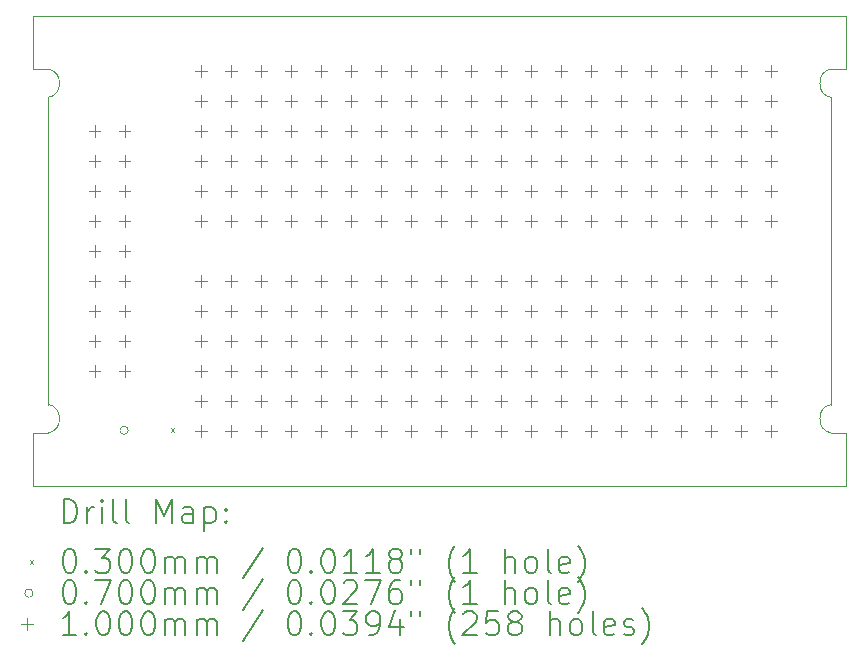
<source format=gbr>
%TF.GenerationSoftware,KiCad,Pcbnew,8.0.8*%
%TF.CreationDate,2025-02-19T13:58:05-05:00*%
%TF.ProjectId,plot_gerbers,706c6f74-5f67-4657-9262-6572732e6b69,rev?*%
%TF.SameCoordinates,Original*%
%TF.FileFunction,Drillmap*%
%TF.FilePolarity,Positive*%
%FSLAX45Y45*%
G04 Gerber Fmt 4.5, Leading zero omitted, Abs format (unit mm)*
G04 Created by KiCad (PCBNEW 8.0.8) date 2025-02-19 13:58:05*
%MOMM*%
%LPD*%
G01*
G04 APERTURE LIST*
%ADD10C,0.050000*%
%ADD11C,0.200000*%
%ADD12C,0.100000*%
G04 APERTURE END LIST*
D10*
X11633000Y-11373000D02*
X11508000Y-11373000D01*
X18261000Y-8293000D02*
X18386000Y-8293000D01*
X18387000Y-11373000D02*
X18387000Y-11823000D01*
X11632000Y-11133000D02*
G75*
G02*
X11727000Y-11253000I-12500J-107500D01*
G01*
X11507000Y-8293000D02*
X11507000Y-7843000D01*
X18167000Y-11253000D02*
G75*
G02*
X18262000Y-11133000I107500J12500D01*
G01*
X11632000Y-8293000D02*
X11507000Y-8293000D01*
X11727000Y-8413000D02*
G75*
G02*
X11632000Y-8533000I-107500J-12500D01*
G01*
X11508000Y-11823000D02*
X11508000Y-11373000D01*
X11632000Y-8293000D02*
G75*
G02*
X11727000Y-8413000I-12500J-107500D01*
G01*
X11727000Y-11253000D02*
G75*
G02*
X11632000Y-11373000I-107500J-12500D01*
G01*
X18167000Y-8413000D02*
G75*
G02*
X18262000Y-8293000I107500J12500D01*
G01*
X18262000Y-11373000D02*
X18387000Y-11373000D01*
X18262000Y-11133000D02*
X18262000Y-8533000D01*
X11632000Y-8533000D02*
X11632000Y-11133000D01*
X11507000Y-7843000D02*
X18386000Y-7843000D01*
X11508000Y-11823000D02*
X18387000Y-11823000D01*
X18386000Y-7843000D02*
X18386000Y-8293000D01*
X18262000Y-11373000D02*
G75*
G02*
X18167000Y-11253000I12500J107500D01*
G01*
X18262000Y-8533000D02*
G75*
G02*
X18167000Y-8413000I12500J107500D01*
G01*
D11*
D12*
X12672000Y-11332000D02*
X12702000Y-11362000D01*
X12702000Y-11332000D02*
X12672000Y-11362000D01*
X12310000Y-11351000D02*
G75*
G02*
X12240000Y-11351000I-35000J0D01*
G01*
X12240000Y-11351000D02*
G75*
G02*
X12310000Y-11351000I35000J0D01*
G01*
X12025000Y-8768000D02*
X12025000Y-8868000D01*
X11975000Y-8818000D02*
X12075000Y-8818000D01*
X12025000Y-9022000D02*
X12025000Y-9122000D01*
X11975000Y-9072000D02*
X12075000Y-9072000D01*
X12025000Y-9276000D02*
X12025000Y-9376000D01*
X11975000Y-9326000D02*
X12075000Y-9326000D01*
X12025000Y-9530000D02*
X12025000Y-9630000D01*
X11975000Y-9580000D02*
X12075000Y-9580000D01*
X12025000Y-9784000D02*
X12025000Y-9884000D01*
X11975000Y-9834000D02*
X12075000Y-9834000D01*
X12025000Y-10038000D02*
X12025000Y-10138000D01*
X11975000Y-10088000D02*
X12075000Y-10088000D01*
X12025000Y-10292000D02*
X12025000Y-10392000D01*
X11975000Y-10342000D02*
X12075000Y-10342000D01*
X12025000Y-10546000D02*
X12025000Y-10646000D01*
X11975000Y-10596000D02*
X12075000Y-10596000D01*
X12025000Y-10800000D02*
X12025000Y-10900000D01*
X11975000Y-10850000D02*
X12075000Y-10850000D01*
X12279000Y-8768000D02*
X12279000Y-8868000D01*
X12229000Y-8818000D02*
X12329000Y-8818000D01*
X12279000Y-9022000D02*
X12279000Y-9122000D01*
X12229000Y-9072000D02*
X12329000Y-9072000D01*
X12279000Y-9276000D02*
X12279000Y-9376000D01*
X12229000Y-9326000D02*
X12329000Y-9326000D01*
X12279000Y-9530000D02*
X12279000Y-9630000D01*
X12229000Y-9580000D02*
X12329000Y-9580000D01*
X12279000Y-9784000D02*
X12279000Y-9884000D01*
X12229000Y-9834000D02*
X12329000Y-9834000D01*
X12279000Y-10038000D02*
X12279000Y-10138000D01*
X12229000Y-10088000D02*
X12329000Y-10088000D01*
X12279000Y-10292000D02*
X12279000Y-10392000D01*
X12229000Y-10342000D02*
X12329000Y-10342000D01*
X12279000Y-10546000D02*
X12279000Y-10646000D01*
X12229000Y-10596000D02*
X12329000Y-10596000D01*
X12279000Y-10800000D02*
X12279000Y-10900000D01*
X12229000Y-10850000D02*
X12329000Y-10850000D01*
X12924000Y-8259000D02*
X12924000Y-8359000D01*
X12874000Y-8309000D02*
X12974000Y-8309000D01*
X12924000Y-8513000D02*
X12924000Y-8613000D01*
X12874000Y-8563000D02*
X12974000Y-8563000D01*
X12924000Y-8767000D02*
X12924000Y-8867000D01*
X12874000Y-8817000D02*
X12974000Y-8817000D01*
X12924000Y-9021000D02*
X12924000Y-9121000D01*
X12874000Y-9071000D02*
X12974000Y-9071000D01*
X12924000Y-9275000D02*
X12924000Y-9375000D01*
X12874000Y-9325000D02*
X12974000Y-9325000D01*
X12924000Y-9529000D02*
X12924000Y-9629000D01*
X12874000Y-9579000D02*
X12974000Y-9579000D01*
X12924000Y-10037000D02*
X12924000Y-10137000D01*
X12874000Y-10087000D02*
X12974000Y-10087000D01*
X12924000Y-10291000D02*
X12924000Y-10391000D01*
X12874000Y-10341000D02*
X12974000Y-10341000D01*
X12924000Y-10545000D02*
X12924000Y-10645000D01*
X12874000Y-10595000D02*
X12974000Y-10595000D01*
X12924000Y-10799000D02*
X12924000Y-10899000D01*
X12874000Y-10849000D02*
X12974000Y-10849000D01*
X12924000Y-11053000D02*
X12924000Y-11153000D01*
X12874000Y-11103000D02*
X12974000Y-11103000D01*
X12924000Y-11307000D02*
X12924000Y-11407000D01*
X12874000Y-11357000D02*
X12974000Y-11357000D01*
X13178000Y-8259000D02*
X13178000Y-8359000D01*
X13128000Y-8309000D02*
X13228000Y-8309000D01*
X13178000Y-8513000D02*
X13178000Y-8613000D01*
X13128000Y-8563000D02*
X13228000Y-8563000D01*
X13178000Y-8767000D02*
X13178000Y-8867000D01*
X13128000Y-8817000D02*
X13228000Y-8817000D01*
X13178000Y-9021000D02*
X13178000Y-9121000D01*
X13128000Y-9071000D02*
X13228000Y-9071000D01*
X13178000Y-9275000D02*
X13178000Y-9375000D01*
X13128000Y-9325000D02*
X13228000Y-9325000D01*
X13178000Y-9529000D02*
X13178000Y-9629000D01*
X13128000Y-9579000D02*
X13228000Y-9579000D01*
X13178000Y-10037000D02*
X13178000Y-10137000D01*
X13128000Y-10087000D02*
X13228000Y-10087000D01*
X13178000Y-10291000D02*
X13178000Y-10391000D01*
X13128000Y-10341000D02*
X13228000Y-10341000D01*
X13178000Y-10545000D02*
X13178000Y-10645000D01*
X13128000Y-10595000D02*
X13228000Y-10595000D01*
X13178000Y-10799000D02*
X13178000Y-10899000D01*
X13128000Y-10849000D02*
X13228000Y-10849000D01*
X13178000Y-11053000D02*
X13178000Y-11153000D01*
X13128000Y-11103000D02*
X13228000Y-11103000D01*
X13178000Y-11307000D02*
X13178000Y-11407000D01*
X13128000Y-11357000D02*
X13228000Y-11357000D01*
X13432000Y-8259000D02*
X13432000Y-8359000D01*
X13382000Y-8309000D02*
X13482000Y-8309000D01*
X13432000Y-8513000D02*
X13432000Y-8613000D01*
X13382000Y-8563000D02*
X13482000Y-8563000D01*
X13432000Y-8767000D02*
X13432000Y-8867000D01*
X13382000Y-8817000D02*
X13482000Y-8817000D01*
X13432000Y-9021000D02*
X13432000Y-9121000D01*
X13382000Y-9071000D02*
X13482000Y-9071000D01*
X13432000Y-9275000D02*
X13432000Y-9375000D01*
X13382000Y-9325000D02*
X13482000Y-9325000D01*
X13432000Y-9529000D02*
X13432000Y-9629000D01*
X13382000Y-9579000D02*
X13482000Y-9579000D01*
X13432000Y-10037000D02*
X13432000Y-10137000D01*
X13382000Y-10087000D02*
X13482000Y-10087000D01*
X13432000Y-10291000D02*
X13432000Y-10391000D01*
X13382000Y-10341000D02*
X13482000Y-10341000D01*
X13432000Y-10545000D02*
X13432000Y-10645000D01*
X13382000Y-10595000D02*
X13482000Y-10595000D01*
X13432000Y-10799000D02*
X13432000Y-10899000D01*
X13382000Y-10849000D02*
X13482000Y-10849000D01*
X13432000Y-11053000D02*
X13432000Y-11153000D01*
X13382000Y-11103000D02*
X13482000Y-11103000D01*
X13432000Y-11307000D02*
X13432000Y-11407000D01*
X13382000Y-11357000D02*
X13482000Y-11357000D01*
X13686000Y-8259000D02*
X13686000Y-8359000D01*
X13636000Y-8309000D02*
X13736000Y-8309000D01*
X13686000Y-8513000D02*
X13686000Y-8613000D01*
X13636000Y-8563000D02*
X13736000Y-8563000D01*
X13686000Y-8767000D02*
X13686000Y-8867000D01*
X13636000Y-8817000D02*
X13736000Y-8817000D01*
X13686000Y-9021000D02*
X13686000Y-9121000D01*
X13636000Y-9071000D02*
X13736000Y-9071000D01*
X13686000Y-9275000D02*
X13686000Y-9375000D01*
X13636000Y-9325000D02*
X13736000Y-9325000D01*
X13686000Y-9529000D02*
X13686000Y-9629000D01*
X13636000Y-9579000D02*
X13736000Y-9579000D01*
X13686000Y-10037000D02*
X13686000Y-10137000D01*
X13636000Y-10087000D02*
X13736000Y-10087000D01*
X13686000Y-10291000D02*
X13686000Y-10391000D01*
X13636000Y-10341000D02*
X13736000Y-10341000D01*
X13686000Y-10545000D02*
X13686000Y-10645000D01*
X13636000Y-10595000D02*
X13736000Y-10595000D01*
X13686000Y-10799000D02*
X13686000Y-10899000D01*
X13636000Y-10849000D02*
X13736000Y-10849000D01*
X13686000Y-11053000D02*
X13686000Y-11153000D01*
X13636000Y-11103000D02*
X13736000Y-11103000D01*
X13686000Y-11307000D02*
X13686000Y-11407000D01*
X13636000Y-11357000D02*
X13736000Y-11357000D01*
X13940000Y-8259000D02*
X13940000Y-8359000D01*
X13890000Y-8309000D02*
X13990000Y-8309000D01*
X13940000Y-8513000D02*
X13940000Y-8613000D01*
X13890000Y-8563000D02*
X13990000Y-8563000D01*
X13940000Y-8767000D02*
X13940000Y-8867000D01*
X13890000Y-8817000D02*
X13990000Y-8817000D01*
X13940000Y-9021000D02*
X13940000Y-9121000D01*
X13890000Y-9071000D02*
X13990000Y-9071000D01*
X13940000Y-9275000D02*
X13940000Y-9375000D01*
X13890000Y-9325000D02*
X13990000Y-9325000D01*
X13940000Y-9529000D02*
X13940000Y-9629000D01*
X13890000Y-9579000D02*
X13990000Y-9579000D01*
X13940000Y-10037000D02*
X13940000Y-10137000D01*
X13890000Y-10087000D02*
X13990000Y-10087000D01*
X13940000Y-10291000D02*
X13940000Y-10391000D01*
X13890000Y-10341000D02*
X13990000Y-10341000D01*
X13940000Y-10545000D02*
X13940000Y-10645000D01*
X13890000Y-10595000D02*
X13990000Y-10595000D01*
X13940000Y-10799000D02*
X13940000Y-10899000D01*
X13890000Y-10849000D02*
X13990000Y-10849000D01*
X13940000Y-11053000D02*
X13940000Y-11153000D01*
X13890000Y-11103000D02*
X13990000Y-11103000D01*
X13940000Y-11307000D02*
X13940000Y-11407000D01*
X13890000Y-11357000D02*
X13990000Y-11357000D01*
X14194000Y-8259000D02*
X14194000Y-8359000D01*
X14144000Y-8309000D02*
X14244000Y-8309000D01*
X14194000Y-8513000D02*
X14194000Y-8613000D01*
X14144000Y-8563000D02*
X14244000Y-8563000D01*
X14194000Y-8767000D02*
X14194000Y-8867000D01*
X14144000Y-8817000D02*
X14244000Y-8817000D01*
X14194000Y-9021000D02*
X14194000Y-9121000D01*
X14144000Y-9071000D02*
X14244000Y-9071000D01*
X14194000Y-9275000D02*
X14194000Y-9375000D01*
X14144000Y-9325000D02*
X14244000Y-9325000D01*
X14194000Y-9529000D02*
X14194000Y-9629000D01*
X14144000Y-9579000D02*
X14244000Y-9579000D01*
X14194000Y-10037000D02*
X14194000Y-10137000D01*
X14144000Y-10087000D02*
X14244000Y-10087000D01*
X14194000Y-10291000D02*
X14194000Y-10391000D01*
X14144000Y-10341000D02*
X14244000Y-10341000D01*
X14194000Y-10545000D02*
X14194000Y-10645000D01*
X14144000Y-10595000D02*
X14244000Y-10595000D01*
X14194000Y-10799000D02*
X14194000Y-10899000D01*
X14144000Y-10849000D02*
X14244000Y-10849000D01*
X14194000Y-11053000D02*
X14194000Y-11153000D01*
X14144000Y-11103000D02*
X14244000Y-11103000D01*
X14194000Y-11307000D02*
X14194000Y-11407000D01*
X14144000Y-11357000D02*
X14244000Y-11357000D01*
X14448000Y-8259000D02*
X14448000Y-8359000D01*
X14398000Y-8309000D02*
X14498000Y-8309000D01*
X14448000Y-8513000D02*
X14448000Y-8613000D01*
X14398000Y-8563000D02*
X14498000Y-8563000D01*
X14448000Y-8767000D02*
X14448000Y-8867000D01*
X14398000Y-8817000D02*
X14498000Y-8817000D01*
X14448000Y-9021000D02*
X14448000Y-9121000D01*
X14398000Y-9071000D02*
X14498000Y-9071000D01*
X14448000Y-9275000D02*
X14448000Y-9375000D01*
X14398000Y-9325000D02*
X14498000Y-9325000D01*
X14448000Y-9529000D02*
X14448000Y-9629000D01*
X14398000Y-9579000D02*
X14498000Y-9579000D01*
X14448000Y-10037000D02*
X14448000Y-10137000D01*
X14398000Y-10087000D02*
X14498000Y-10087000D01*
X14448000Y-10291000D02*
X14448000Y-10391000D01*
X14398000Y-10341000D02*
X14498000Y-10341000D01*
X14448000Y-10545000D02*
X14448000Y-10645000D01*
X14398000Y-10595000D02*
X14498000Y-10595000D01*
X14448000Y-10799000D02*
X14448000Y-10899000D01*
X14398000Y-10849000D02*
X14498000Y-10849000D01*
X14448000Y-11053000D02*
X14448000Y-11153000D01*
X14398000Y-11103000D02*
X14498000Y-11103000D01*
X14448000Y-11307000D02*
X14448000Y-11407000D01*
X14398000Y-11357000D02*
X14498000Y-11357000D01*
X14702000Y-8259000D02*
X14702000Y-8359000D01*
X14652000Y-8309000D02*
X14752000Y-8309000D01*
X14702000Y-8513000D02*
X14702000Y-8613000D01*
X14652000Y-8563000D02*
X14752000Y-8563000D01*
X14702000Y-8767000D02*
X14702000Y-8867000D01*
X14652000Y-8817000D02*
X14752000Y-8817000D01*
X14702000Y-9021000D02*
X14702000Y-9121000D01*
X14652000Y-9071000D02*
X14752000Y-9071000D01*
X14702000Y-9275000D02*
X14702000Y-9375000D01*
X14652000Y-9325000D02*
X14752000Y-9325000D01*
X14702000Y-9529000D02*
X14702000Y-9629000D01*
X14652000Y-9579000D02*
X14752000Y-9579000D01*
X14702000Y-10037000D02*
X14702000Y-10137000D01*
X14652000Y-10087000D02*
X14752000Y-10087000D01*
X14702000Y-10291000D02*
X14702000Y-10391000D01*
X14652000Y-10341000D02*
X14752000Y-10341000D01*
X14702000Y-10545000D02*
X14702000Y-10645000D01*
X14652000Y-10595000D02*
X14752000Y-10595000D01*
X14702000Y-10799000D02*
X14702000Y-10899000D01*
X14652000Y-10849000D02*
X14752000Y-10849000D01*
X14702000Y-11053000D02*
X14702000Y-11153000D01*
X14652000Y-11103000D02*
X14752000Y-11103000D01*
X14702000Y-11307000D02*
X14702000Y-11407000D01*
X14652000Y-11357000D02*
X14752000Y-11357000D01*
X14956000Y-8259000D02*
X14956000Y-8359000D01*
X14906000Y-8309000D02*
X15006000Y-8309000D01*
X14956000Y-8513000D02*
X14956000Y-8613000D01*
X14906000Y-8563000D02*
X15006000Y-8563000D01*
X14956000Y-8767000D02*
X14956000Y-8867000D01*
X14906000Y-8817000D02*
X15006000Y-8817000D01*
X14956000Y-9021000D02*
X14956000Y-9121000D01*
X14906000Y-9071000D02*
X15006000Y-9071000D01*
X14956000Y-9275000D02*
X14956000Y-9375000D01*
X14906000Y-9325000D02*
X15006000Y-9325000D01*
X14956000Y-9529000D02*
X14956000Y-9629000D01*
X14906000Y-9579000D02*
X15006000Y-9579000D01*
X14956000Y-10037000D02*
X14956000Y-10137000D01*
X14906000Y-10087000D02*
X15006000Y-10087000D01*
X14956000Y-10291000D02*
X14956000Y-10391000D01*
X14906000Y-10341000D02*
X15006000Y-10341000D01*
X14956000Y-10545000D02*
X14956000Y-10645000D01*
X14906000Y-10595000D02*
X15006000Y-10595000D01*
X14956000Y-10799000D02*
X14956000Y-10899000D01*
X14906000Y-10849000D02*
X15006000Y-10849000D01*
X14956000Y-11053000D02*
X14956000Y-11153000D01*
X14906000Y-11103000D02*
X15006000Y-11103000D01*
X14956000Y-11307000D02*
X14956000Y-11407000D01*
X14906000Y-11357000D02*
X15006000Y-11357000D01*
X15210000Y-8259000D02*
X15210000Y-8359000D01*
X15160000Y-8309000D02*
X15260000Y-8309000D01*
X15210000Y-8513000D02*
X15210000Y-8613000D01*
X15160000Y-8563000D02*
X15260000Y-8563000D01*
X15210000Y-8767000D02*
X15210000Y-8867000D01*
X15160000Y-8817000D02*
X15260000Y-8817000D01*
X15210000Y-9021000D02*
X15210000Y-9121000D01*
X15160000Y-9071000D02*
X15260000Y-9071000D01*
X15210000Y-9275000D02*
X15210000Y-9375000D01*
X15160000Y-9325000D02*
X15260000Y-9325000D01*
X15210000Y-9529000D02*
X15210000Y-9629000D01*
X15160000Y-9579000D02*
X15260000Y-9579000D01*
X15210000Y-10037000D02*
X15210000Y-10137000D01*
X15160000Y-10087000D02*
X15260000Y-10087000D01*
X15210000Y-10291000D02*
X15210000Y-10391000D01*
X15160000Y-10341000D02*
X15260000Y-10341000D01*
X15210000Y-10545000D02*
X15210000Y-10645000D01*
X15160000Y-10595000D02*
X15260000Y-10595000D01*
X15210000Y-10799000D02*
X15210000Y-10899000D01*
X15160000Y-10849000D02*
X15260000Y-10849000D01*
X15210000Y-11053000D02*
X15210000Y-11153000D01*
X15160000Y-11103000D02*
X15260000Y-11103000D01*
X15210000Y-11307000D02*
X15210000Y-11407000D01*
X15160000Y-11357000D02*
X15260000Y-11357000D01*
X15464000Y-8259000D02*
X15464000Y-8359000D01*
X15414000Y-8309000D02*
X15514000Y-8309000D01*
X15464000Y-8513000D02*
X15464000Y-8613000D01*
X15414000Y-8563000D02*
X15514000Y-8563000D01*
X15464000Y-8767000D02*
X15464000Y-8867000D01*
X15414000Y-8817000D02*
X15514000Y-8817000D01*
X15464000Y-9021000D02*
X15464000Y-9121000D01*
X15414000Y-9071000D02*
X15514000Y-9071000D01*
X15464000Y-9275000D02*
X15464000Y-9375000D01*
X15414000Y-9325000D02*
X15514000Y-9325000D01*
X15464000Y-9529000D02*
X15464000Y-9629000D01*
X15414000Y-9579000D02*
X15514000Y-9579000D01*
X15464000Y-10037000D02*
X15464000Y-10137000D01*
X15414000Y-10087000D02*
X15514000Y-10087000D01*
X15464000Y-10291000D02*
X15464000Y-10391000D01*
X15414000Y-10341000D02*
X15514000Y-10341000D01*
X15464000Y-10545000D02*
X15464000Y-10645000D01*
X15414000Y-10595000D02*
X15514000Y-10595000D01*
X15464000Y-10799000D02*
X15464000Y-10899000D01*
X15414000Y-10849000D02*
X15514000Y-10849000D01*
X15464000Y-11053000D02*
X15464000Y-11153000D01*
X15414000Y-11103000D02*
X15514000Y-11103000D01*
X15464000Y-11307000D02*
X15464000Y-11407000D01*
X15414000Y-11357000D02*
X15514000Y-11357000D01*
X15718000Y-8259000D02*
X15718000Y-8359000D01*
X15668000Y-8309000D02*
X15768000Y-8309000D01*
X15718000Y-8513000D02*
X15718000Y-8613000D01*
X15668000Y-8563000D02*
X15768000Y-8563000D01*
X15718000Y-8767000D02*
X15718000Y-8867000D01*
X15668000Y-8817000D02*
X15768000Y-8817000D01*
X15718000Y-9021000D02*
X15718000Y-9121000D01*
X15668000Y-9071000D02*
X15768000Y-9071000D01*
X15718000Y-9275000D02*
X15718000Y-9375000D01*
X15668000Y-9325000D02*
X15768000Y-9325000D01*
X15718000Y-9529000D02*
X15718000Y-9629000D01*
X15668000Y-9579000D02*
X15768000Y-9579000D01*
X15718000Y-10037000D02*
X15718000Y-10137000D01*
X15668000Y-10087000D02*
X15768000Y-10087000D01*
X15718000Y-10291000D02*
X15718000Y-10391000D01*
X15668000Y-10341000D02*
X15768000Y-10341000D01*
X15718000Y-10545000D02*
X15718000Y-10645000D01*
X15668000Y-10595000D02*
X15768000Y-10595000D01*
X15718000Y-10799000D02*
X15718000Y-10899000D01*
X15668000Y-10849000D02*
X15768000Y-10849000D01*
X15718000Y-11053000D02*
X15718000Y-11153000D01*
X15668000Y-11103000D02*
X15768000Y-11103000D01*
X15718000Y-11307000D02*
X15718000Y-11407000D01*
X15668000Y-11357000D02*
X15768000Y-11357000D01*
X15972000Y-8259000D02*
X15972000Y-8359000D01*
X15922000Y-8309000D02*
X16022000Y-8309000D01*
X15972000Y-8513000D02*
X15972000Y-8613000D01*
X15922000Y-8563000D02*
X16022000Y-8563000D01*
X15972000Y-8767000D02*
X15972000Y-8867000D01*
X15922000Y-8817000D02*
X16022000Y-8817000D01*
X15972000Y-9021000D02*
X15972000Y-9121000D01*
X15922000Y-9071000D02*
X16022000Y-9071000D01*
X15972000Y-9275000D02*
X15972000Y-9375000D01*
X15922000Y-9325000D02*
X16022000Y-9325000D01*
X15972000Y-9529000D02*
X15972000Y-9629000D01*
X15922000Y-9579000D02*
X16022000Y-9579000D01*
X15972000Y-10037000D02*
X15972000Y-10137000D01*
X15922000Y-10087000D02*
X16022000Y-10087000D01*
X15972000Y-10291000D02*
X15972000Y-10391000D01*
X15922000Y-10341000D02*
X16022000Y-10341000D01*
X15972000Y-10545000D02*
X15972000Y-10645000D01*
X15922000Y-10595000D02*
X16022000Y-10595000D01*
X15972000Y-10799000D02*
X15972000Y-10899000D01*
X15922000Y-10849000D02*
X16022000Y-10849000D01*
X15972000Y-11053000D02*
X15972000Y-11153000D01*
X15922000Y-11103000D02*
X16022000Y-11103000D01*
X15972000Y-11307000D02*
X15972000Y-11407000D01*
X15922000Y-11357000D02*
X16022000Y-11357000D01*
X16226000Y-8259000D02*
X16226000Y-8359000D01*
X16176000Y-8309000D02*
X16276000Y-8309000D01*
X16226000Y-8513000D02*
X16226000Y-8613000D01*
X16176000Y-8563000D02*
X16276000Y-8563000D01*
X16226000Y-8767000D02*
X16226000Y-8867000D01*
X16176000Y-8817000D02*
X16276000Y-8817000D01*
X16226000Y-9021000D02*
X16226000Y-9121000D01*
X16176000Y-9071000D02*
X16276000Y-9071000D01*
X16226000Y-9275000D02*
X16226000Y-9375000D01*
X16176000Y-9325000D02*
X16276000Y-9325000D01*
X16226000Y-9529000D02*
X16226000Y-9629000D01*
X16176000Y-9579000D02*
X16276000Y-9579000D01*
X16226000Y-10037000D02*
X16226000Y-10137000D01*
X16176000Y-10087000D02*
X16276000Y-10087000D01*
X16226000Y-10291000D02*
X16226000Y-10391000D01*
X16176000Y-10341000D02*
X16276000Y-10341000D01*
X16226000Y-10545000D02*
X16226000Y-10645000D01*
X16176000Y-10595000D02*
X16276000Y-10595000D01*
X16226000Y-10799000D02*
X16226000Y-10899000D01*
X16176000Y-10849000D02*
X16276000Y-10849000D01*
X16226000Y-11053000D02*
X16226000Y-11153000D01*
X16176000Y-11103000D02*
X16276000Y-11103000D01*
X16226000Y-11307000D02*
X16226000Y-11407000D01*
X16176000Y-11357000D02*
X16276000Y-11357000D01*
X16480000Y-8259000D02*
X16480000Y-8359000D01*
X16430000Y-8309000D02*
X16530000Y-8309000D01*
X16480000Y-8513000D02*
X16480000Y-8613000D01*
X16430000Y-8563000D02*
X16530000Y-8563000D01*
X16480000Y-8767000D02*
X16480000Y-8867000D01*
X16430000Y-8817000D02*
X16530000Y-8817000D01*
X16480000Y-9021000D02*
X16480000Y-9121000D01*
X16430000Y-9071000D02*
X16530000Y-9071000D01*
X16480000Y-9275000D02*
X16480000Y-9375000D01*
X16430000Y-9325000D02*
X16530000Y-9325000D01*
X16480000Y-9529000D02*
X16480000Y-9629000D01*
X16430000Y-9579000D02*
X16530000Y-9579000D01*
X16480000Y-10037000D02*
X16480000Y-10137000D01*
X16430000Y-10087000D02*
X16530000Y-10087000D01*
X16480000Y-10291000D02*
X16480000Y-10391000D01*
X16430000Y-10341000D02*
X16530000Y-10341000D01*
X16480000Y-10545000D02*
X16480000Y-10645000D01*
X16430000Y-10595000D02*
X16530000Y-10595000D01*
X16480000Y-10799000D02*
X16480000Y-10899000D01*
X16430000Y-10849000D02*
X16530000Y-10849000D01*
X16480000Y-11053000D02*
X16480000Y-11153000D01*
X16430000Y-11103000D02*
X16530000Y-11103000D01*
X16480000Y-11307000D02*
X16480000Y-11407000D01*
X16430000Y-11357000D02*
X16530000Y-11357000D01*
X16734000Y-8259000D02*
X16734000Y-8359000D01*
X16684000Y-8309000D02*
X16784000Y-8309000D01*
X16734000Y-8513000D02*
X16734000Y-8613000D01*
X16684000Y-8563000D02*
X16784000Y-8563000D01*
X16734000Y-8767000D02*
X16734000Y-8867000D01*
X16684000Y-8817000D02*
X16784000Y-8817000D01*
X16734000Y-9021000D02*
X16734000Y-9121000D01*
X16684000Y-9071000D02*
X16784000Y-9071000D01*
X16734000Y-9275000D02*
X16734000Y-9375000D01*
X16684000Y-9325000D02*
X16784000Y-9325000D01*
X16734000Y-9529000D02*
X16734000Y-9629000D01*
X16684000Y-9579000D02*
X16784000Y-9579000D01*
X16734000Y-10037000D02*
X16734000Y-10137000D01*
X16684000Y-10087000D02*
X16784000Y-10087000D01*
X16734000Y-10291000D02*
X16734000Y-10391000D01*
X16684000Y-10341000D02*
X16784000Y-10341000D01*
X16734000Y-10545000D02*
X16734000Y-10645000D01*
X16684000Y-10595000D02*
X16784000Y-10595000D01*
X16734000Y-10799000D02*
X16734000Y-10899000D01*
X16684000Y-10849000D02*
X16784000Y-10849000D01*
X16734000Y-11053000D02*
X16734000Y-11153000D01*
X16684000Y-11103000D02*
X16784000Y-11103000D01*
X16734000Y-11307000D02*
X16734000Y-11407000D01*
X16684000Y-11357000D02*
X16784000Y-11357000D01*
X16988000Y-8259000D02*
X16988000Y-8359000D01*
X16938000Y-8309000D02*
X17038000Y-8309000D01*
X16988000Y-8513000D02*
X16988000Y-8613000D01*
X16938000Y-8563000D02*
X17038000Y-8563000D01*
X16988000Y-8767000D02*
X16988000Y-8867000D01*
X16938000Y-8817000D02*
X17038000Y-8817000D01*
X16988000Y-9021000D02*
X16988000Y-9121000D01*
X16938000Y-9071000D02*
X17038000Y-9071000D01*
X16988000Y-9275000D02*
X16988000Y-9375000D01*
X16938000Y-9325000D02*
X17038000Y-9325000D01*
X16988000Y-9529000D02*
X16988000Y-9629000D01*
X16938000Y-9579000D02*
X17038000Y-9579000D01*
X16988000Y-10037000D02*
X16988000Y-10137000D01*
X16938000Y-10087000D02*
X17038000Y-10087000D01*
X16988000Y-10291000D02*
X16988000Y-10391000D01*
X16938000Y-10341000D02*
X17038000Y-10341000D01*
X16988000Y-10545000D02*
X16988000Y-10645000D01*
X16938000Y-10595000D02*
X17038000Y-10595000D01*
X16988000Y-10799000D02*
X16988000Y-10899000D01*
X16938000Y-10849000D02*
X17038000Y-10849000D01*
X16988000Y-11053000D02*
X16988000Y-11153000D01*
X16938000Y-11103000D02*
X17038000Y-11103000D01*
X16988000Y-11307000D02*
X16988000Y-11407000D01*
X16938000Y-11357000D02*
X17038000Y-11357000D01*
X17242000Y-8259000D02*
X17242000Y-8359000D01*
X17192000Y-8309000D02*
X17292000Y-8309000D01*
X17242000Y-8513000D02*
X17242000Y-8613000D01*
X17192000Y-8563000D02*
X17292000Y-8563000D01*
X17242000Y-8767000D02*
X17242000Y-8867000D01*
X17192000Y-8817000D02*
X17292000Y-8817000D01*
X17242000Y-9021000D02*
X17242000Y-9121000D01*
X17192000Y-9071000D02*
X17292000Y-9071000D01*
X17242000Y-9275000D02*
X17242000Y-9375000D01*
X17192000Y-9325000D02*
X17292000Y-9325000D01*
X17242000Y-9529000D02*
X17242000Y-9629000D01*
X17192000Y-9579000D02*
X17292000Y-9579000D01*
X17242000Y-10037000D02*
X17242000Y-10137000D01*
X17192000Y-10087000D02*
X17292000Y-10087000D01*
X17242000Y-10291000D02*
X17242000Y-10391000D01*
X17192000Y-10341000D02*
X17292000Y-10341000D01*
X17242000Y-10545000D02*
X17242000Y-10645000D01*
X17192000Y-10595000D02*
X17292000Y-10595000D01*
X17242000Y-10799000D02*
X17242000Y-10899000D01*
X17192000Y-10849000D02*
X17292000Y-10849000D01*
X17242000Y-11053000D02*
X17242000Y-11153000D01*
X17192000Y-11103000D02*
X17292000Y-11103000D01*
X17242000Y-11307000D02*
X17242000Y-11407000D01*
X17192000Y-11357000D02*
X17292000Y-11357000D01*
X17496000Y-8259000D02*
X17496000Y-8359000D01*
X17446000Y-8309000D02*
X17546000Y-8309000D01*
X17496000Y-8513000D02*
X17496000Y-8613000D01*
X17446000Y-8563000D02*
X17546000Y-8563000D01*
X17496000Y-8767000D02*
X17496000Y-8867000D01*
X17446000Y-8817000D02*
X17546000Y-8817000D01*
X17496000Y-9021000D02*
X17496000Y-9121000D01*
X17446000Y-9071000D02*
X17546000Y-9071000D01*
X17496000Y-9275000D02*
X17496000Y-9375000D01*
X17446000Y-9325000D02*
X17546000Y-9325000D01*
X17496000Y-9529000D02*
X17496000Y-9629000D01*
X17446000Y-9579000D02*
X17546000Y-9579000D01*
X17496000Y-10037000D02*
X17496000Y-10137000D01*
X17446000Y-10087000D02*
X17546000Y-10087000D01*
X17496000Y-10291000D02*
X17496000Y-10391000D01*
X17446000Y-10341000D02*
X17546000Y-10341000D01*
X17496000Y-10545000D02*
X17496000Y-10645000D01*
X17446000Y-10595000D02*
X17546000Y-10595000D01*
X17496000Y-10799000D02*
X17496000Y-10899000D01*
X17446000Y-10849000D02*
X17546000Y-10849000D01*
X17496000Y-11053000D02*
X17496000Y-11153000D01*
X17446000Y-11103000D02*
X17546000Y-11103000D01*
X17496000Y-11307000D02*
X17496000Y-11407000D01*
X17446000Y-11357000D02*
X17546000Y-11357000D01*
X17750000Y-8259000D02*
X17750000Y-8359000D01*
X17700000Y-8309000D02*
X17800000Y-8309000D01*
X17750000Y-8513000D02*
X17750000Y-8613000D01*
X17700000Y-8563000D02*
X17800000Y-8563000D01*
X17750000Y-8767000D02*
X17750000Y-8867000D01*
X17700000Y-8817000D02*
X17800000Y-8817000D01*
X17750000Y-9021000D02*
X17750000Y-9121000D01*
X17700000Y-9071000D02*
X17800000Y-9071000D01*
X17750000Y-9275000D02*
X17750000Y-9375000D01*
X17700000Y-9325000D02*
X17800000Y-9325000D01*
X17750000Y-9529000D02*
X17750000Y-9629000D01*
X17700000Y-9579000D02*
X17800000Y-9579000D01*
X17750000Y-10037000D02*
X17750000Y-10137000D01*
X17700000Y-10087000D02*
X17800000Y-10087000D01*
X17750000Y-10291000D02*
X17750000Y-10391000D01*
X17700000Y-10341000D02*
X17800000Y-10341000D01*
X17750000Y-10545000D02*
X17750000Y-10645000D01*
X17700000Y-10595000D02*
X17800000Y-10595000D01*
X17750000Y-10799000D02*
X17750000Y-10899000D01*
X17700000Y-10849000D02*
X17800000Y-10849000D01*
X17750000Y-11053000D02*
X17750000Y-11153000D01*
X17700000Y-11103000D02*
X17800000Y-11103000D01*
X17750000Y-11307000D02*
X17750000Y-11407000D01*
X17700000Y-11357000D02*
X17800000Y-11357000D01*
D11*
X11765277Y-12136984D02*
X11765277Y-11936984D01*
X11765277Y-11936984D02*
X11812896Y-11936984D01*
X11812896Y-11936984D02*
X11841467Y-11946508D01*
X11841467Y-11946508D02*
X11860515Y-11965555D01*
X11860515Y-11965555D02*
X11870039Y-11984603D01*
X11870039Y-11984603D02*
X11879562Y-12022698D01*
X11879562Y-12022698D02*
X11879562Y-12051269D01*
X11879562Y-12051269D02*
X11870039Y-12089365D01*
X11870039Y-12089365D02*
X11860515Y-12108412D01*
X11860515Y-12108412D02*
X11841467Y-12127460D01*
X11841467Y-12127460D02*
X11812896Y-12136984D01*
X11812896Y-12136984D02*
X11765277Y-12136984D01*
X11965277Y-12136984D02*
X11965277Y-12003650D01*
X11965277Y-12041746D02*
X11974801Y-12022698D01*
X11974801Y-12022698D02*
X11984324Y-12013174D01*
X11984324Y-12013174D02*
X12003372Y-12003650D01*
X12003372Y-12003650D02*
X12022420Y-12003650D01*
X12089086Y-12136984D02*
X12089086Y-12003650D01*
X12089086Y-11936984D02*
X12079562Y-11946508D01*
X12079562Y-11946508D02*
X12089086Y-11956031D01*
X12089086Y-11956031D02*
X12098610Y-11946508D01*
X12098610Y-11946508D02*
X12089086Y-11936984D01*
X12089086Y-11936984D02*
X12089086Y-11956031D01*
X12212896Y-12136984D02*
X12193848Y-12127460D01*
X12193848Y-12127460D02*
X12184324Y-12108412D01*
X12184324Y-12108412D02*
X12184324Y-11936984D01*
X12317658Y-12136984D02*
X12298610Y-12127460D01*
X12298610Y-12127460D02*
X12289086Y-12108412D01*
X12289086Y-12108412D02*
X12289086Y-11936984D01*
X12546229Y-12136984D02*
X12546229Y-11936984D01*
X12546229Y-11936984D02*
X12612896Y-12079841D01*
X12612896Y-12079841D02*
X12679562Y-11936984D01*
X12679562Y-11936984D02*
X12679562Y-12136984D01*
X12860515Y-12136984D02*
X12860515Y-12032222D01*
X12860515Y-12032222D02*
X12850991Y-12013174D01*
X12850991Y-12013174D02*
X12831943Y-12003650D01*
X12831943Y-12003650D02*
X12793848Y-12003650D01*
X12793848Y-12003650D02*
X12774801Y-12013174D01*
X12860515Y-12127460D02*
X12841467Y-12136984D01*
X12841467Y-12136984D02*
X12793848Y-12136984D01*
X12793848Y-12136984D02*
X12774801Y-12127460D01*
X12774801Y-12127460D02*
X12765277Y-12108412D01*
X12765277Y-12108412D02*
X12765277Y-12089365D01*
X12765277Y-12089365D02*
X12774801Y-12070317D01*
X12774801Y-12070317D02*
X12793848Y-12060793D01*
X12793848Y-12060793D02*
X12841467Y-12060793D01*
X12841467Y-12060793D02*
X12860515Y-12051269D01*
X12955753Y-12003650D02*
X12955753Y-12203650D01*
X12955753Y-12013174D02*
X12974801Y-12003650D01*
X12974801Y-12003650D02*
X13012896Y-12003650D01*
X13012896Y-12003650D02*
X13031943Y-12013174D01*
X13031943Y-12013174D02*
X13041467Y-12022698D01*
X13041467Y-12022698D02*
X13050991Y-12041746D01*
X13050991Y-12041746D02*
X13050991Y-12098888D01*
X13050991Y-12098888D02*
X13041467Y-12117936D01*
X13041467Y-12117936D02*
X13031943Y-12127460D01*
X13031943Y-12127460D02*
X13012896Y-12136984D01*
X13012896Y-12136984D02*
X12974801Y-12136984D01*
X12974801Y-12136984D02*
X12955753Y-12127460D01*
X13136705Y-12117936D02*
X13146229Y-12127460D01*
X13146229Y-12127460D02*
X13136705Y-12136984D01*
X13136705Y-12136984D02*
X13127182Y-12127460D01*
X13127182Y-12127460D02*
X13136705Y-12117936D01*
X13136705Y-12117936D02*
X13136705Y-12136984D01*
X13136705Y-12013174D02*
X13146229Y-12022698D01*
X13146229Y-12022698D02*
X13136705Y-12032222D01*
X13136705Y-12032222D02*
X13127182Y-12022698D01*
X13127182Y-12022698D02*
X13136705Y-12013174D01*
X13136705Y-12013174D02*
X13136705Y-12032222D01*
D12*
X11474500Y-12450500D02*
X11504500Y-12480500D01*
X11504500Y-12450500D02*
X11474500Y-12480500D01*
D11*
X11803372Y-12356984D02*
X11822420Y-12356984D01*
X11822420Y-12356984D02*
X11841467Y-12366508D01*
X11841467Y-12366508D02*
X11850991Y-12376031D01*
X11850991Y-12376031D02*
X11860515Y-12395079D01*
X11860515Y-12395079D02*
X11870039Y-12433174D01*
X11870039Y-12433174D02*
X11870039Y-12480793D01*
X11870039Y-12480793D02*
X11860515Y-12518888D01*
X11860515Y-12518888D02*
X11850991Y-12537936D01*
X11850991Y-12537936D02*
X11841467Y-12547460D01*
X11841467Y-12547460D02*
X11822420Y-12556984D01*
X11822420Y-12556984D02*
X11803372Y-12556984D01*
X11803372Y-12556984D02*
X11784324Y-12547460D01*
X11784324Y-12547460D02*
X11774801Y-12537936D01*
X11774801Y-12537936D02*
X11765277Y-12518888D01*
X11765277Y-12518888D02*
X11755753Y-12480793D01*
X11755753Y-12480793D02*
X11755753Y-12433174D01*
X11755753Y-12433174D02*
X11765277Y-12395079D01*
X11765277Y-12395079D02*
X11774801Y-12376031D01*
X11774801Y-12376031D02*
X11784324Y-12366508D01*
X11784324Y-12366508D02*
X11803372Y-12356984D01*
X11955753Y-12537936D02*
X11965277Y-12547460D01*
X11965277Y-12547460D02*
X11955753Y-12556984D01*
X11955753Y-12556984D02*
X11946229Y-12547460D01*
X11946229Y-12547460D02*
X11955753Y-12537936D01*
X11955753Y-12537936D02*
X11955753Y-12556984D01*
X12031943Y-12356984D02*
X12155753Y-12356984D01*
X12155753Y-12356984D02*
X12089086Y-12433174D01*
X12089086Y-12433174D02*
X12117658Y-12433174D01*
X12117658Y-12433174D02*
X12136705Y-12442698D01*
X12136705Y-12442698D02*
X12146229Y-12452222D01*
X12146229Y-12452222D02*
X12155753Y-12471269D01*
X12155753Y-12471269D02*
X12155753Y-12518888D01*
X12155753Y-12518888D02*
X12146229Y-12537936D01*
X12146229Y-12537936D02*
X12136705Y-12547460D01*
X12136705Y-12547460D02*
X12117658Y-12556984D01*
X12117658Y-12556984D02*
X12060515Y-12556984D01*
X12060515Y-12556984D02*
X12041467Y-12547460D01*
X12041467Y-12547460D02*
X12031943Y-12537936D01*
X12279562Y-12356984D02*
X12298610Y-12356984D01*
X12298610Y-12356984D02*
X12317658Y-12366508D01*
X12317658Y-12366508D02*
X12327182Y-12376031D01*
X12327182Y-12376031D02*
X12336705Y-12395079D01*
X12336705Y-12395079D02*
X12346229Y-12433174D01*
X12346229Y-12433174D02*
X12346229Y-12480793D01*
X12346229Y-12480793D02*
X12336705Y-12518888D01*
X12336705Y-12518888D02*
X12327182Y-12537936D01*
X12327182Y-12537936D02*
X12317658Y-12547460D01*
X12317658Y-12547460D02*
X12298610Y-12556984D01*
X12298610Y-12556984D02*
X12279562Y-12556984D01*
X12279562Y-12556984D02*
X12260515Y-12547460D01*
X12260515Y-12547460D02*
X12250991Y-12537936D01*
X12250991Y-12537936D02*
X12241467Y-12518888D01*
X12241467Y-12518888D02*
X12231943Y-12480793D01*
X12231943Y-12480793D02*
X12231943Y-12433174D01*
X12231943Y-12433174D02*
X12241467Y-12395079D01*
X12241467Y-12395079D02*
X12250991Y-12376031D01*
X12250991Y-12376031D02*
X12260515Y-12366508D01*
X12260515Y-12366508D02*
X12279562Y-12356984D01*
X12470039Y-12356984D02*
X12489086Y-12356984D01*
X12489086Y-12356984D02*
X12508134Y-12366508D01*
X12508134Y-12366508D02*
X12517658Y-12376031D01*
X12517658Y-12376031D02*
X12527182Y-12395079D01*
X12527182Y-12395079D02*
X12536705Y-12433174D01*
X12536705Y-12433174D02*
X12536705Y-12480793D01*
X12536705Y-12480793D02*
X12527182Y-12518888D01*
X12527182Y-12518888D02*
X12517658Y-12537936D01*
X12517658Y-12537936D02*
X12508134Y-12547460D01*
X12508134Y-12547460D02*
X12489086Y-12556984D01*
X12489086Y-12556984D02*
X12470039Y-12556984D01*
X12470039Y-12556984D02*
X12450991Y-12547460D01*
X12450991Y-12547460D02*
X12441467Y-12537936D01*
X12441467Y-12537936D02*
X12431943Y-12518888D01*
X12431943Y-12518888D02*
X12422420Y-12480793D01*
X12422420Y-12480793D02*
X12422420Y-12433174D01*
X12422420Y-12433174D02*
X12431943Y-12395079D01*
X12431943Y-12395079D02*
X12441467Y-12376031D01*
X12441467Y-12376031D02*
X12450991Y-12366508D01*
X12450991Y-12366508D02*
X12470039Y-12356984D01*
X12622420Y-12556984D02*
X12622420Y-12423650D01*
X12622420Y-12442698D02*
X12631943Y-12433174D01*
X12631943Y-12433174D02*
X12650991Y-12423650D01*
X12650991Y-12423650D02*
X12679563Y-12423650D01*
X12679563Y-12423650D02*
X12698610Y-12433174D01*
X12698610Y-12433174D02*
X12708134Y-12452222D01*
X12708134Y-12452222D02*
X12708134Y-12556984D01*
X12708134Y-12452222D02*
X12717658Y-12433174D01*
X12717658Y-12433174D02*
X12736705Y-12423650D01*
X12736705Y-12423650D02*
X12765277Y-12423650D01*
X12765277Y-12423650D02*
X12784324Y-12433174D01*
X12784324Y-12433174D02*
X12793848Y-12452222D01*
X12793848Y-12452222D02*
X12793848Y-12556984D01*
X12889086Y-12556984D02*
X12889086Y-12423650D01*
X12889086Y-12442698D02*
X12898610Y-12433174D01*
X12898610Y-12433174D02*
X12917658Y-12423650D01*
X12917658Y-12423650D02*
X12946229Y-12423650D01*
X12946229Y-12423650D02*
X12965277Y-12433174D01*
X12965277Y-12433174D02*
X12974801Y-12452222D01*
X12974801Y-12452222D02*
X12974801Y-12556984D01*
X12974801Y-12452222D02*
X12984324Y-12433174D01*
X12984324Y-12433174D02*
X13003372Y-12423650D01*
X13003372Y-12423650D02*
X13031943Y-12423650D01*
X13031943Y-12423650D02*
X13050991Y-12433174D01*
X13050991Y-12433174D02*
X13060515Y-12452222D01*
X13060515Y-12452222D02*
X13060515Y-12556984D01*
X13450991Y-12347460D02*
X13279563Y-12604603D01*
X13708134Y-12356984D02*
X13727182Y-12356984D01*
X13727182Y-12356984D02*
X13746229Y-12366508D01*
X13746229Y-12366508D02*
X13755753Y-12376031D01*
X13755753Y-12376031D02*
X13765277Y-12395079D01*
X13765277Y-12395079D02*
X13774801Y-12433174D01*
X13774801Y-12433174D02*
X13774801Y-12480793D01*
X13774801Y-12480793D02*
X13765277Y-12518888D01*
X13765277Y-12518888D02*
X13755753Y-12537936D01*
X13755753Y-12537936D02*
X13746229Y-12547460D01*
X13746229Y-12547460D02*
X13727182Y-12556984D01*
X13727182Y-12556984D02*
X13708134Y-12556984D01*
X13708134Y-12556984D02*
X13689086Y-12547460D01*
X13689086Y-12547460D02*
X13679563Y-12537936D01*
X13679563Y-12537936D02*
X13670039Y-12518888D01*
X13670039Y-12518888D02*
X13660515Y-12480793D01*
X13660515Y-12480793D02*
X13660515Y-12433174D01*
X13660515Y-12433174D02*
X13670039Y-12395079D01*
X13670039Y-12395079D02*
X13679563Y-12376031D01*
X13679563Y-12376031D02*
X13689086Y-12366508D01*
X13689086Y-12366508D02*
X13708134Y-12356984D01*
X13860515Y-12537936D02*
X13870039Y-12547460D01*
X13870039Y-12547460D02*
X13860515Y-12556984D01*
X13860515Y-12556984D02*
X13850991Y-12547460D01*
X13850991Y-12547460D02*
X13860515Y-12537936D01*
X13860515Y-12537936D02*
X13860515Y-12556984D01*
X13993848Y-12356984D02*
X14012896Y-12356984D01*
X14012896Y-12356984D02*
X14031944Y-12366508D01*
X14031944Y-12366508D02*
X14041467Y-12376031D01*
X14041467Y-12376031D02*
X14050991Y-12395079D01*
X14050991Y-12395079D02*
X14060515Y-12433174D01*
X14060515Y-12433174D02*
X14060515Y-12480793D01*
X14060515Y-12480793D02*
X14050991Y-12518888D01*
X14050991Y-12518888D02*
X14041467Y-12537936D01*
X14041467Y-12537936D02*
X14031944Y-12547460D01*
X14031944Y-12547460D02*
X14012896Y-12556984D01*
X14012896Y-12556984D02*
X13993848Y-12556984D01*
X13993848Y-12556984D02*
X13974801Y-12547460D01*
X13974801Y-12547460D02*
X13965277Y-12537936D01*
X13965277Y-12537936D02*
X13955753Y-12518888D01*
X13955753Y-12518888D02*
X13946229Y-12480793D01*
X13946229Y-12480793D02*
X13946229Y-12433174D01*
X13946229Y-12433174D02*
X13955753Y-12395079D01*
X13955753Y-12395079D02*
X13965277Y-12376031D01*
X13965277Y-12376031D02*
X13974801Y-12366508D01*
X13974801Y-12366508D02*
X13993848Y-12356984D01*
X14250991Y-12556984D02*
X14136706Y-12556984D01*
X14193848Y-12556984D02*
X14193848Y-12356984D01*
X14193848Y-12356984D02*
X14174801Y-12385555D01*
X14174801Y-12385555D02*
X14155753Y-12404603D01*
X14155753Y-12404603D02*
X14136706Y-12414127D01*
X14441467Y-12556984D02*
X14327182Y-12556984D01*
X14384325Y-12556984D02*
X14384325Y-12356984D01*
X14384325Y-12356984D02*
X14365277Y-12385555D01*
X14365277Y-12385555D02*
X14346229Y-12404603D01*
X14346229Y-12404603D02*
X14327182Y-12414127D01*
X14555753Y-12442698D02*
X14536706Y-12433174D01*
X14536706Y-12433174D02*
X14527182Y-12423650D01*
X14527182Y-12423650D02*
X14517658Y-12404603D01*
X14517658Y-12404603D02*
X14517658Y-12395079D01*
X14517658Y-12395079D02*
X14527182Y-12376031D01*
X14527182Y-12376031D02*
X14536706Y-12366508D01*
X14536706Y-12366508D02*
X14555753Y-12356984D01*
X14555753Y-12356984D02*
X14593848Y-12356984D01*
X14593848Y-12356984D02*
X14612896Y-12366508D01*
X14612896Y-12366508D02*
X14622420Y-12376031D01*
X14622420Y-12376031D02*
X14631944Y-12395079D01*
X14631944Y-12395079D02*
X14631944Y-12404603D01*
X14631944Y-12404603D02*
X14622420Y-12423650D01*
X14622420Y-12423650D02*
X14612896Y-12433174D01*
X14612896Y-12433174D02*
X14593848Y-12442698D01*
X14593848Y-12442698D02*
X14555753Y-12442698D01*
X14555753Y-12442698D02*
X14536706Y-12452222D01*
X14536706Y-12452222D02*
X14527182Y-12461746D01*
X14527182Y-12461746D02*
X14517658Y-12480793D01*
X14517658Y-12480793D02*
X14517658Y-12518888D01*
X14517658Y-12518888D02*
X14527182Y-12537936D01*
X14527182Y-12537936D02*
X14536706Y-12547460D01*
X14536706Y-12547460D02*
X14555753Y-12556984D01*
X14555753Y-12556984D02*
X14593848Y-12556984D01*
X14593848Y-12556984D02*
X14612896Y-12547460D01*
X14612896Y-12547460D02*
X14622420Y-12537936D01*
X14622420Y-12537936D02*
X14631944Y-12518888D01*
X14631944Y-12518888D02*
X14631944Y-12480793D01*
X14631944Y-12480793D02*
X14622420Y-12461746D01*
X14622420Y-12461746D02*
X14612896Y-12452222D01*
X14612896Y-12452222D02*
X14593848Y-12442698D01*
X14708134Y-12356984D02*
X14708134Y-12395079D01*
X14784325Y-12356984D02*
X14784325Y-12395079D01*
X15079563Y-12633174D02*
X15070039Y-12623650D01*
X15070039Y-12623650D02*
X15050991Y-12595079D01*
X15050991Y-12595079D02*
X15041468Y-12576031D01*
X15041468Y-12576031D02*
X15031944Y-12547460D01*
X15031944Y-12547460D02*
X15022420Y-12499841D01*
X15022420Y-12499841D02*
X15022420Y-12461746D01*
X15022420Y-12461746D02*
X15031944Y-12414127D01*
X15031944Y-12414127D02*
X15041468Y-12385555D01*
X15041468Y-12385555D02*
X15050991Y-12366508D01*
X15050991Y-12366508D02*
X15070039Y-12337936D01*
X15070039Y-12337936D02*
X15079563Y-12328412D01*
X15260515Y-12556984D02*
X15146229Y-12556984D01*
X15203372Y-12556984D02*
X15203372Y-12356984D01*
X15203372Y-12356984D02*
X15184325Y-12385555D01*
X15184325Y-12385555D02*
X15165277Y-12404603D01*
X15165277Y-12404603D02*
X15146229Y-12414127D01*
X15498610Y-12556984D02*
X15498610Y-12356984D01*
X15584325Y-12556984D02*
X15584325Y-12452222D01*
X15584325Y-12452222D02*
X15574801Y-12433174D01*
X15574801Y-12433174D02*
X15555753Y-12423650D01*
X15555753Y-12423650D02*
X15527182Y-12423650D01*
X15527182Y-12423650D02*
X15508134Y-12433174D01*
X15508134Y-12433174D02*
X15498610Y-12442698D01*
X15708134Y-12556984D02*
X15689087Y-12547460D01*
X15689087Y-12547460D02*
X15679563Y-12537936D01*
X15679563Y-12537936D02*
X15670039Y-12518888D01*
X15670039Y-12518888D02*
X15670039Y-12461746D01*
X15670039Y-12461746D02*
X15679563Y-12442698D01*
X15679563Y-12442698D02*
X15689087Y-12433174D01*
X15689087Y-12433174D02*
X15708134Y-12423650D01*
X15708134Y-12423650D02*
X15736706Y-12423650D01*
X15736706Y-12423650D02*
X15755753Y-12433174D01*
X15755753Y-12433174D02*
X15765277Y-12442698D01*
X15765277Y-12442698D02*
X15774801Y-12461746D01*
X15774801Y-12461746D02*
X15774801Y-12518888D01*
X15774801Y-12518888D02*
X15765277Y-12537936D01*
X15765277Y-12537936D02*
X15755753Y-12547460D01*
X15755753Y-12547460D02*
X15736706Y-12556984D01*
X15736706Y-12556984D02*
X15708134Y-12556984D01*
X15889087Y-12556984D02*
X15870039Y-12547460D01*
X15870039Y-12547460D02*
X15860515Y-12528412D01*
X15860515Y-12528412D02*
X15860515Y-12356984D01*
X16041468Y-12547460D02*
X16022420Y-12556984D01*
X16022420Y-12556984D02*
X15984325Y-12556984D01*
X15984325Y-12556984D02*
X15965277Y-12547460D01*
X15965277Y-12547460D02*
X15955753Y-12528412D01*
X15955753Y-12528412D02*
X15955753Y-12452222D01*
X15955753Y-12452222D02*
X15965277Y-12433174D01*
X15965277Y-12433174D02*
X15984325Y-12423650D01*
X15984325Y-12423650D02*
X16022420Y-12423650D01*
X16022420Y-12423650D02*
X16041468Y-12433174D01*
X16041468Y-12433174D02*
X16050991Y-12452222D01*
X16050991Y-12452222D02*
X16050991Y-12471269D01*
X16050991Y-12471269D02*
X15955753Y-12490317D01*
X16117658Y-12633174D02*
X16127182Y-12623650D01*
X16127182Y-12623650D02*
X16146230Y-12595079D01*
X16146230Y-12595079D02*
X16155753Y-12576031D01*
X16155753Y-12576031D02*
X16165277Y-12547460D01*
X16165277Y-12547460D02*
X16174801Y-12499841D01*
X16174801Y-12499841D02*
X16174801Y-12461746D01*
X16174801Y-12461746D02*
X16165277Y-12414127D01*
X16165277Y-12414127D02*
X16155753Y-12385555D01*
X16155753Y-12385555D02*
X16146230Y-12366508D01*
X16146230Y-12366508D02*
X16127182Y-12337936D01*
X16127182Y-12337936D02*
X16117658Y-12328412D01*
D12*
X11504500Y-12729500D02*
G75*
G02*
X11434500Y-12729500I-35000J0D01*
G01*
X11434500Y-12729500D02*
G75*
G02*
X11504500Y-12729500I35000J0D01*
G01*
D11*
X11803372Y-12620984D02*
X11822420Y-12620984D01*
X11822420Y-12620984D02*
X11841467Y-12630508D01*
X11841467Y-12630508D02*
X11850991Y-12640031D01*
X11850991Y-12640031D02*
X11860515Y-12659079D01*
X11860515Y-12659079D02*
X11870039Y-12697174D01*
X11870039Y-12697174D02*
X11870039Y-12744793D01*
X11870039Y-12744793D02*
X11860515Y-12782888D01*
X11860515Y-12782888D02*
X11850991Y-12801936D01*
X11850991Y-12801936D02*
X11841467Y-12811460D01*
X11841467Y-12811460D02*
X11822420Y-12820984D01*
X11822420Y-12820984D02*
X11803372Y-12820984D01*
X11803372Y-12820984D02*
X11784324Y-12811460D01*
X11784324Y-12811460D02*
X11774801Y-12801936D01*
X11774801Y-12801936D02*
X11765277Y-12782888D01*
X11765277Y-12782888D02*
X11755753Y-12744793D01*
X11755753Y-12744793D02*
X11755753Y-12697174D01*
X11755753Y-12697174D02*
X11765277Y-12659079D01*
X11765277Y-12659079D02*
X11774801Y-12640031D01*
X11774801Y-12640031D02*
X11784324Y-12630508D01*
X11784324Y-12630508D02*
X11803372Y-12620984D01*
X11955753Y-12801936D02*
X11965277Y-12811460D01*
X11965277Y-12811460D02*
X11955753Y-12820984D01*
X11955753Y-12820984D02*
X11946229Y-12811460D01*
X11946229Y-12811460D02*
X11955753Y-12801936D01*
X11955753Y-12801936D02*
X11955753Y-12820984D01*
X12031943Y-12620984D02*
X12165277Y-12620984D01*
X12165277Y-12620984D02*
X12079562Y-12820984D01*
X12279562Y-12620984D02*
X12298610Y-12620984D01*
X12298610Y-12620984D02*
X12317658Y-12630508D01*
X12317658Y-12630508D02*
X12327182Y-12640031D01*
X12327182Y-12640031D02*
X12336705Y-12659079D01*
X12336705Y-12659079D02*
X12346229Y-12697174D01*
X12346229Y-12697174D02*
X12346229Y-12744793D01*
X12346229Y-12744793D02*
X12336705Y-12782888D01*
X12336705Y-12782888D02*
X12327182Y-12801936D01*
X12327182Y-12801936D02*
X12317658Y-12811460D01*
X12317658Y-12811460D02*
X12298610Y-12820984D01*
X12298610Y-12820984D02*
X12279562Y-12820984D01*
X12279562Y-12820984D02*
X12260515Y-12811460D01*
X12260515Y-12811460D02*
X12250991Y-12801936D01*
X12250991Y-12801936D02*
X12241467Y-12782888D01*
X12241467Y-12782888D02*
X12231943Y-12744793D01*
X12231943Y-12744793D02*
X12231943Y-12697174D01*
X12231943Y-12697174D02*
X12241467Y-12659079D01*
X12241467Y-12659079D02*
X12250991Y-12640031D01*
X12250991Y-12640031D02*
X12260515Y-12630508D01*
X12260515Y-12630508D02*
X12279562Y-12620984D01*
X12470039Y-12620984D02*
X12489086Y-12620984D01*
X12489086Y-12620984D02*
X12508134Y-12630508D01*
X12508134Y-12630508D02*
X12517658Y-12640031D01*
X12517658Y-12640031D02*
X12527182Y-12659079D01*
X12527182Y-12659079D02*
X12536705Y-12697174D01*
X12536705Y-12697174D02*
X12536705Y-12744793D01*
X12536705Y-12744793D02*
X12527182Y-12782888D01*
X12527182Y-12782888D02*
X12517658Y-12801936D01*
X12517658Y-12801936D02*
X12508134Y-12811460D01*
X12508134Y-12811460D02*
X12489086Y-12820984D01*
X12489086Y-12820984D02*
X12470039Y-12820984D01*
X12470039Y-12820984D02*
X12450991Y-12811460D01*
X12450991Y-12811460D02*
X12441467Y-12801936D01*
X12441467Y-12801936D02*
X12431943Y-12782888D01*
X12431943Y-12782888D02*
X12422420Y-12744793D01*
X12422420Y-12744793D02*
X12422420Y-12697174D01*
X12422420Y-12697174D02*
X12431943Y-12659079D01*
X12431943Y-12659079D02*
X12441467Y-12640031D01*
X12441467Y-12640031D02*
X12450991Y-12630508D01*
X12450991Y-12630508D02*
X12470039Y-12620984D01*
X12622420Y-12820984D02*
X12622420Y-12687650D01*
X12622420Y-12706698D02*
X12631943Y-12697174D01*
X12631943Y-12697174D02*
X12650991Y-12687650D01*
X12650991Y-12687650D02*
X12679563Y-12687650D01*
X12679563Y-12687650D02*
X12698610Y-12697174D01*
X12698610Y-12697174D02*
X12708134Y-12716222D01*
X12708134Y-12716222D02*
X12708134Y-12820984D01*
X12708134Y-12716222D02*
X12717658Y-12697174D01*
X12717658Y-12697174D02*
X12736705Y-12687650D01*
X12736705Y-12687650D02*
X12765277Y-12687650D01*
X12765277Y-12687650D02*
X12784324Y-12697174D01*
X12784324Y-12697174D02*
X12793848Y-12716222D01*
X12793848Y-12716222D02*
X12793848Y-12820984D01*
X12889086Y-12820984D02*
X12889086Y-12687650D01*
X12889086Y-12706698D02*
X12898610Y-12697174D01*
X12898610Y-12697174D02*
X12917658Y-12687650D01*
X12917658Y-12687650D02*
X12946229Y-12687650D01*
X12946229Y-12687650D02*
X12965277Y-12697174D01*
X12965277Y-12697174D02*
X12974801Y-12716222D01*
X12974801Y-12716222D02*
X12974801Y-12820984D01*
X12974801Y-12716222D02*
X12984324Y-12697174D01*
X12984324Y-12697174D02*
X13003372Y-12687650D01*
X13003372Y-12687650D02*
X13031943Y-12687650D01*
X13031943Y-12687650D02*
X13050991Y-12697174D01*
X13050991Y-12697174D02*
X13060515Y-12716222D01*
X13060515Y-12716222D02*
X13060515Y-12820984D01*
X13450991Y-12611460D02*
X13279563Y-12868603D01*
X13708134Y-12620984D02*
X13727182Y-12620984D01*
X13727182Y-12620984D02*
X13746229Y-12630508D01*
X13746229Y-12630508D02*
X13755753Y-12640031D01*
X13755753Y-12640031D02*
X13765277Y-12659079D01*
X13765277Y-12659079D02*
X13774801Y-12697174D01*
X13774801Y-12697174D02*
X13774801Y-12744793D01*
X13774801Y-12744793D02*
X13765277Y-12782888D01*
X13765277Y-12782888D02*
X13755753Y-12801936D01*
X13755753Y-12801936D02*
X13746229Y-12811460D01*
X13746229Y-12811460D02*
X13727182Y-12820984D01*
X13727182Y-12820984D02*
X13708134Y-12820984D01*
X13708134Y-12820984D02*
X13689086Y-12811460D01*
X13689086Y-12811460D02*
X13679563Y-12801936D01*
X13679563Y-12801936D02*
X13670039Y-12782888D01*
X13670039Y-12782888D02*
X13660515Y-12744793D01*
X13660515Y-12744793D02*
X13660515Y-12697174D01*
X13660515Y-12697174D02*
X13670039Y-12659079D01*
X13670039Y-12659079D02*
X13679563Y-12640031D01*
X13679563Y-12640031D02*
X13689086Y-12630508D01*
X13689086Y-12630508D02*
X13708134Y-12620984D01*
X13860515Y-12801936D02*
X13870039Y-12811460D01*
X13870039Y-12811460D02*
X13860515Y-12820984D01*
X13860515Y-12820984D02*
X13850991Y-12811460D01*
X13850991Y-12811460D02*
X13860515Y-12801936D01*
X13860515Y-12801936D02*
X13860515Y-12820984D01*
X13993848Y-12620984D02*
X14012896Y-12620984D01*
X14012896Y-12620984D02*
X14031944Y-12630508D01*
X14031944Y-12630508D02*
X14041467Y-12640031D01*
X14041467Y-12640031D02*
X14050991Y-12659079D01*
X14050991Y-12659079D02*
X14060515Y-12697174D01*
X14060515Y-12697174D02*
X14060515Y-12744793D01*
X14060515Y-12744793D02*
X14050991Y-12782888D01*
X14050991Y-12782888D02*
X14041467Y-12801936D01*
X14041467Y-12801936D02*
X14031944Y-12811460D01*
X14031944Y-12811460D02*
X14012896Y-12820984D01*
X14012896Y-12820984D02*
X13993848Y-12820984D01*
X13993848Y-12820984D02*
X13974801Y-12811460D01*
X13974801Y-12811460D02*
X13965277Y-12801936D01*
X13965277Y-12801936D02*
X13955753Y-12782888D01*
X13955753Y-12782888D02*
X13946229Y-12744793D01*
X13946229Y-12744793D02*
X13946229Y-12697174D01*
X13946229Y-12697174D02*
X13955753Y-12659079D01*
X13955753Y-12659079D02*
X13965277Y-12640031D01*
X13965277Y-12640031D02*
X13974801Y-12630508D01*
X13974801Y-12630508D02*
X13993848Y-12620984D01*
X14136706Y-12640031D02*
X14146229Y-12630508D01*
X14146229Y-12630508D02*
X14165277Y-12620984D01*
X14165277Y-12620984D02*
X14212896Y-12620984D01*
X14212896Y-12620984D02*
X14231944Y-12630508D01*
X14231944Y-12630508D02*
X14241467Y-12640031D01*
X14241467Y-12640031D02*
X14250991Y-12659079D01*
X14250991Y-12659079D02*
X14250991Y-12678127D01*
X14250991Y-12678127D02*
X14241467Y-12706698D01*
X14241467Y-12706698D02*
X14127182Y-12820984D01*
X14127182Y-12820984D02*
X14250991Y-12820984D01*
X14317658Y-12620984D02*
X14450991Y-12620984D01*
X14450991Y-12620984D02*
X14365277Y-12820984D01*
X14612896Y-12620984D02*
X14574801Y-12620984D01*
X14574801Y-12620984D02*
X14555753Y-12630508D01*
X14555753Y-12630508D02*
X14546229Y-12640031D01*
X14546229Y-12640031D02*
X14527182Y-12668603D01*
X14527182Y-12668603D02*
X14517658Y-12706698D01*
X14517658Y-12706698D02*
X14517658Y-12782888D01*
X14517658Y-12782888D02*
X14527182Y-12801936D01*
X14527182Y-12801936D02*
X14536706Y-12811460D01*
X14536706Y-12811460D02*
X14555753Y-12820984D01*
X14555753Y-12820984D02*
X14593848Y-12820984D01*
X14593848Y-12820984D02*
X14612896Y-12811460D01*
X14612896Y-12811460D02*
X14622420Y-12801936D01*
X14622420Y-12801936D02*
X14631944Y-12782888D01*
X14631944Y-12782888D02*
X14631944Y-12735269D01*
X14631944Y-12735269D02*
X14622420Y-12716222D01*
X14622420Y-12716222D02*
X14612896Y-12706698D01*
X14612896Y-12706698D02*
X14593848Y-12697174D01*
X14593848Y-12697174D02*
X14555753Y-12697174D01*
X14555753Y-12697174D02*
X14536706Y-12706698D01*
X14536706Y-12706698D02*
X14527182Y-12716222D01*
X14527182Y-12716222D02*
X14517658Y-12735269D01*
X14708134Y-12620984D02*
X14708134Y-12659079D01*
X14784325Y-12620984D02*
X14784325Y-12659079D01*
X15079563Y-12897174D02*
X15070039Y-12887650D01*
X15070039Y-12887650D02*
X15050991Y-12859079D01*
X15050991Y-12859079D02*
X15041468Y-12840031D01*
X15041468Y-12840031D02*
X15031944Y-12811460D01*
X15031944Y-12811460D02*
X15022420Y-12763841D01*
X15022420Y-12763841D02*
X15022420Y-12725746D01*
X15022420Y-12725746D02*
X15031944Y-12678127D01*
X15031944Y-12678127D02*
X15041468Y-12649555D01*
X15041468Y-12649555D02*
X15050991Y-12630508D01*
X15050991Y-12630508D02*
X15070039Y-12601936D01*
X15070039Y-12601936D02*
X15079563Y-12592412D01*
X15260515Y-12820984D02*
X15146229Y-12820984D01*
X15203372Y-12820984D02*
X15203372Y-12620984D01*
X15203372Y-12620984D02*
X15184325Y-12649555D01*
X15184325Y-12649555D02*
X15165277Y-12668603D01*
X15165277Y-12668603D02*
X15146229Y-12678127D01*
X15498610Y-12820984D02*
X15498610Y-12620984D01*
X15584325Y-12820984D02*
X15584325Y-12716222D01*
X15584325Y-12716222D02*
X15574801Y-12697174D01*
X15574801Y-12697174D02*
X15555753Y-12687650D01*
X15555753Y-12687650D02*
X15527182Y-12687650D01*
X15527182Y-12687650D02*
X15508134Y-12697174D01*
X15508134Y-12697174D02*
X15498610Y-12706698D01*
X15708134Y-12820984D02*
X15689087Y-12811460D01*
X15689087Y-12811460D02*
X15679563Y-12801936D01*
X15679563Y-12801936D02*
X15670039Y-12782888D01*
X15670039Y-12782888D02*
X15670039Y-12725746D01*
X15670039Y-12725746D02*
X15679563Y-12706698D01*
X15679563Y-12706698D02*
X15689087Y-12697174D01*
X15689087Y-12697174D02*
X15708134Y-12687650D01*
X15708134Y-12687650D02*
X15736706Y-12687650D01*
X15736706Y-12687650D02*
X15755753Y-12697174D01*
X15755753Y-12697174D02*
X15765277Y-12706698D01*
X15765277Y-12706698D02*
X15774801Y-12725746D01*
X15774801Y-12725746D02*
X15774801Y-12782888D01*
X15774801Y-12782888D02*
X15765277Y-12801936D01*
X15765277Y-12801936D02*
X15755753Y-12811460D01*
X15755753Y-12811460D02*
X15736706Y-12820984D01*
X15736706Y-12820984D02*
X15708134Y-12820984D01*
X15889087Y-12820984D02*
X15870039Y-12811460D01*
X15870039Y-12811460D02*
X15860515Y-12792412D01*
X15860515Y-12792412D02*
X15860515Y-12620984D01*
X16041468Y-12811460D02*
X16022420Y-12820984D01*
X16022420Y-12820984D02*
X15984325Y-12820984D01*
X15984325Y-12820984D02*
X15965277Y-12811460D01*
X15965277Y-12811460D02*
X15955753Y-12792412D01*
X15955753Y-12792412D02*
X15955753Y-12716222D01*
X15955753Y-12716222D02*
X15965277Y-12697174D01*
X15965277Y-12697174D02*
X15984325Y-12687650D01*
X15984325Y-12687650D02*
X16022420Y-12687650D01*
X16022420Y-12687650D02*
X16041468Y-12697174D01*
X16041468Y-12697174D02*
X16050991Y-12716222D01*
X16050991Y-12716222D02*
X16050991Y-12735269D01*
X16050991Y-12735269D02*
X15955753Y-12754317D01*
X16117658Y-12897174D02*
X16127182Y-12887650D01*
X16127182Y-12887650D02*
X16146230Y-12859079D01*
X16146230Y-12859079D02*
X16155753Y-12840031D01*
X16155753Y-12840031D02*
X16165277Y-12811460D01*
X16165277Y-12811460D02*
X16174801Y-12763841D01*
X16174801Y-12763841D02*
X16174801Y-12725746D01*
X16174801Y-12725746D02*
X16165277Y-12678127D01*
X16165277Y-12678127D02*
X16155753Y-12649555D01*
X16155753Y-12649555D02*
X16146230Y-12630508D01*
X16146230Y-12630508D02*
X16127182Y-12601936D01*
X16127182Y-12601936D02*
X16117658Y-12592412D01*
D12*
X11454500Y-12943500D02*
X11454500Y-13043500D01*
X11404500Y-12993500D02*
X11504500Y-12993500D01*
D11*
X11870039Y-13084984D02*
X11755753Y-13084984D01*
X11812896Y-13084984D02*
X11812896Y-12884984D01*
X11812896Y-12884984D02*
X11793848Y-12913555D01*
X11793848Y-12913555D02*
X11774801Y-12932603D01*
X11774801Y-12932603D02*
X11755753Y-12942127D01*
X11955753Y-13065936D02*
X11965277Y-13075460D01*
X11965277Y-13075460D02*
X11955753Y-13084984D01*
X11955753Y-13084984D02*
X11946229Y-13075460D01*
X11946229Y-13075460D02*
X11955753Y-13065936D01*
X11955753Y-13065936D02*
X11955753Y-13084984D01*
X12089086Y-12884984D02*
X12108134Y-12884984D01*
X12108134Y-12884984D02*
X12127182Y-12894508D01*
X12127182Y-12894508D02*
X12136705Y-12904031D01*
X12136705Y-12904031D02*
X12146229Y-12923079D01*
X12146229Y-12923079D02*
X12155753Y-12961174D01*
X12155753Y-12961174D02*
X12155753Y-13008793D01*
X12155753Y-13008793D02*
X12146229Y-13046888D01*
X12146229Y-13046888D02*
X12136705Y-13065936D01*
X12136705Y-13065936D02*
X12127182Y-13075460D01*
X12127182Y-13075460D02*
X12108134Y-13084984D01*
X12108134Y-13084984D02*
X12089086Y-13084984D01*
X12089086Y-13084984D02*
X12070039Y-13075460D01*
X12070039Y-13075460D02*
X12060515Y-13065936D01*
X12060515Y-13065936D02*
X12050991Y-13046888D01*
X12050991Y-13046888D02*
X12041467Y-13008793D01*
X12041467Y-13008793D02*
X12041467Y-12961174D01*
X12041467Y-12961174D02*
X12050991Y-12923079D01*
X12050991Y-12923079D02*
X12060515Y-12904031D01*
X12060515Y-12904031D02*
X12070039Y-12894508D01*
X12070039Y-12894508D02*
X12089086Y-12884984D01*
X12279562Y-12884984D02*
X12298610Y-12884984D01*
X12298610Y-12884984D02*
X12317658Y-12894508D01*
X12317658Y-12894508D02*
X12327182Y-12904031D01*
X12327182Y-12904031D02*
X12336705Y-12923079D01*
X12336705Y-12923079D02*
X12346229Y-12961174D01*
X12346229Y-12961174D02*
X12346229Y-13008793D01*
X12346229Y-13008793D02*
X12336705Y-13046888D01*
X12336705Y-13046888D02*
X12327182Y-13065936D01*
X12327182Y-13065936D02*
X12317658Y-13075460D01*
X12317658Y-13075460D02*
X12298610Y-13084984D01*
X12298610Y-13084984D02*
X12279562Y-13084984D01*
X12279562Y-13084984D02*
X12260515Y-13075460D01*
X12260515Y-13075460D02*
X12250991Y-13065936D01*
X12250991Y-13065936D02*
X12241467Y-13046888D01*
X12241467Y-13046888D02*
X12231943Y-13008793D01*
X12231943Y-13008793D02*
X12231943Y-12961174D01*
X12231943Y-12961174D02*
X12241467Y-12923079D01*
X12241467Y-12923079D02*
X12250991Y-12904031D01*
X12250991Y-12904031D02*
X12260515Y-12894508D01*
X12260515Y-12894508D02*
X12279562Y-12884984D01*
X12470039Y-12884984D02*
X12489086Y-12884984D01*
X12489086Y-12884984D02*
X12508134Y-12894508D01*
X12508134Y-12894508D02*
X12517658Y-12904031D01*
X12517658Y-12904031D02*
X12527182Y-12923079D01*
X12527182Y-12923079D02*
X12536705Y-12961174D01*
X12536705Y-12961174D02*
X12536705Y-13008793D01*
X12536705Y-13008793D02*
X12527182Y-13046888D01*
X12527182Y-13046888D02*
X12517658Y-13065936D01*
X12517658Y-13065936D02*
X12508134Y-13075460D01*
X12508134Y-13075460D02*
X12489086Y-13084984D01*
X12489086Y-13084984D02*
X12470039Y-13084984D01*
X12470039Y-13084984D02*
X12450991Y-13075460D01*
X12450991Y-13075460D02*
X12441467Y-13065936D01*
X12441467Y-13065936D02*
X12431943Y-13046888D01*
X12431943Y-13046888D02*
X12422420Y-13008793D01*
X12422420Y-13008793D02*
X12422420Y-12961174D01*
X12422420Y-12961174D02*
X12431943Y-12923079D01*
X12431943Y-12923079D02*
X12441467Y-12904031D01*
X12441467Y-12904031D02*
X12450991Y-12894508D01*
X12450991Y-12894508D02*
X12470039Y-12884984D01*
X12622420Y-13084984D02*
X12622420Y-12951650D01*
X12622420Y-12970698D02*
X12631943Y-12961174D01*
X12631943Y-12961174D02*
X12650991Y-12951650D01*
X12650991Y-12951650D02*
X12679563Y-12951650D01*
X12679563Y-12951650D02*
X12698610Y-12961174D01*
X12698610Y-12961174D02*
X12708134Y-12980222D01*
X12708134Y-12980222D02*
X12708134Y-13084984D01*
X12708134Y-12980222D02*
X12717658Y-12961174D01*
X12717658Y-12961174D02*
X12736705Y-12951650D01*
X12736705Y-12951650D02*
X12765277Y-12951650D01*
X12765277Y-12951650D02*
X12784324Y-12961174D01*
X12784324Y-12961174D02*
X12793848Y-12980222D01*
X12793848Y-12980222D02*
X12793848Y-13084984D01*
X12889086Y-13084984D02*
X12889086Y-12951650D01*
X12889086Y-12970698D02*
X12898610Y-12961174D01*
X12898610Y-12961174D02*
X12917658Y-12951650D01*
X12917658Y-12951650D02*
X12946229Y-12951650D01*
X12946229Y-12951650D02*
X12965277Y-12961174D01*
X12965277Y-12961174D02*
X12974801Y-12980222D01*
X12974801Y-12980222D02*
X12974801Y-13084984D01*
X12974801Y-12980222D02*
X12984324Y-12961174D01*
X12984324Y-12961174D02*
X13003372Y-12951650D01*
X13003372Y-12951650D02*
X13031943Y-12951650D01*
X13031943Y-12951650D02*
X13050991Y-12961174D01*
X13050991Y-12961174D02*
X13060515Y-12980222D01*
X13060515Y-12980222D02*
X13060515Y-13084984D01*
X13450991Y-12875460D02*
X13279563Y-13132603D01*
X13708134Y-12884984D02*
X13727182Y-12884984D01*
X13727182Y-12884984D02*
X13746229Y-12894508D01*
X13746229Y-12894508D02*
X13755753Y-12904031D01*
X13755753Y-12904031D02*
X13765277Y-12923079D01*
X13765277Y-12923079D02*
X13774801Y-12961174D01*
X13774801Y-12961174D02*
X13774801Y-13008793D01*
X13774801Y-13008793D02*
X13765277Y-13046888D01*
X13765277Y-13046888D02*
X13755753Y-13065936D01*
X13755753Y-13065936D02*
X13746229Y-13075460D01*
X13746229Y-13075460D02*
X13727182Y-13084984D01*
X13727182Y-13084984D02*
X13708134Y-13084984D01*
X13708134Y-13084984D02*
X13689086Y-13075460D01*
X13689086Y-13075460D02*
X13679563Y-13065936D01*
X13679563Y-13065936D02*
X13670039Y-13046888D01*
X13670039Y-13046888D02*
X13660515Y-13008793D01*
X13660515Y-13008793D02*
X13660515Y-12961174D01*
X13660515Y-12961174D02*
X13670039Y-12923079D01*
X13670039Y-12923079D02*
X13679563Y-12904031D01*
X13679563Y-12904031D02*
X13689086Y-12894508D01*
X13689086Y-12894508D02*
X13708134Y-12884984D01*
X13860515Y-13065936D02*
X13870039Y-13075460D01*
X13870039Y-13075460D02*
X13860515Y-13084984D01*
X13860515Y-13084984D02*
X13850991Y-13075460D01*
X13850991Y-13075460D02*
X13860515Y-13065936D01*
X13860515Y-13065936D02*
X13860515Y-13084984D01*
X13993848Y-12884984D02*
X14012896Y-12884984D01*
X14012896Y-12884984D02*
X14031944Y-12894508D01*
X14031944Y-12894508D02*
X14041467Y-12904031D01*
X14041467Y-12904031D02*
X14050991Y-12923079D01*
X14050991Y-12923079D02*
X14060515Y-12961174D01*
X14060515Y-12961174D02*
X14060515Y-13008793D01*
X14060515Y-13008793D02*
X14050991Y-13046888D01*
X14050991Y-13046888D02*
X14041467Y-13065936D01*
X14041467Y-13065936D02*
X14031944Y-13075460D01*
X14031944Y-13075460D02*
X14012896Y-13084984D01*
X14012896Y-13084984D02*
X13993848Y-13084984D01*
X13993848Y-13084984D02*
X13974801Y-13075460D01*
X13974801Y-13075460D02*
X13965277Y-13065936D01*
X13965277Y-13065936D02*
X13955753Y-13046888D01*
X13955753Y-13046888D02*
X13946229Y-13008793D01*
X13946229Y-13008793D02*
X13946229Y-12961174D01*
X13946229Y-12961174D02*
X13955753Y-12923079D01*
X13955753Y-12923079D02*
X13965277Y-12904031D01*
X13965277Y-12904031D02*
X13974801Y-12894508D01*
X13974801Y-12894508D02*
X13993848Y-12884984D01*
X14127182Y-12884984D02*
X14250991Y-12884984D01*
X14250991Y-12884984D02*
X14184325Y-12961174D01*
X14184325Y-12961174D02*
X14212896Y-12961174D01*
X14212896Y-12961174D02*
X14231944Y-12970698D01*
X14231944Y-12970698D02*
X14241467Y-12980222D01*
X14241467Y-12980222D02*
X14250991Y-12999269D01*
X14250991Y-12999269D02*
X14250991Y-13046888D01*
X14250991Y-13046888D02*
X14241467Y-13065936D01*
X14241467Y-13065936D02*
X14231944Y-13075460D01*
X14231944Y-13075460D02*
X14212896Y-13084984D01*
X14212896Y-13084984D02*
X14155753Y-13084984D01*
X14155753Y-13084984D02*
X14136706Y-13075460D01*
X14136706Y-13075460D02*
X14127182Y-13065936D01*
X14346229Y-13084984D02*
X14384325Y-13084984D01*
X14384325Y-13084984D02*
X14403372Y-13075460D01*
X14403372Y-13075460D02*
X14412896Y-13065936D01*
X14412896Y-13065936D02*
X14431944Y-13037365D01*
X14431944Y-13037365D02*
X14441467Y-12999269D01*
X14441467Y-12999269D02*
X14441467Y-12923079D01*
X14441467Y-12923079D02*
X14431944Y-12904031D01*
X14431944Y-12904031D02*
X14422420Y-12894508D01*
X14422420Y-12894508D02*
X14403372Y-12884984D01*
X14403372Y-12884984D02*
X14365277Y-12884984D01*
X14365277Y-12884984D02*
X14346229Y-12894508D01*
X14346229Y-12894508D02*
X14336706Y-12904031D01*
X14336706Y-12904031D02*
X14327182Y-12923079D01*
X14327182Y-12923079D02*
X14327182Y-12970698D01*
X14327182Y-12970698D02*
X14336706Y-12989746D01*
X14336706Y-12989746D02*
X14346229Y-12999269D01*
X14346229Y-12999269D02*
X14365277Y-13008793D01*
X14365277Y-13008793D02*
X14403372Y-13008793D01*
X14403372Y-13008793D02*
X14422420Y-12999269D01*
X14422420Y-12999269D02*
X14431944Y-12989746D01*
X14431944Y-12989746D02*
X14441467Y-12970698D01*
X14612896Y-12951650D02*
X14612896Y-13084984D01*
X14565277Y-12875460D02*
X14517658Y-13018317D01*
X14517658Y-13018317D02*
X14641467Y-13018317D01*
X14708134Y-12884984D02*
X14708134Y-12923079D01*
X14784325Y-12884984D02*
X14784325Y-12923079D01*
X15079563Y-13161174D02*
X15070039Y-13151650D01*
X15070039Y-13151650D02*
X15050991Y-13123079D01*
X15050991Y-13123079D02*
X15041468Y-13104031D01*
X15041468Y-13104031D02*
X15031944Y-13075460D01*
X15031944Y-13075460D02*
X15022420Y-13027841D01*
X15022420Y-13027841D02*
X15022420Y-12989746D01*
X15022420Y-12989746D02*
X15031944Y-12942127D01*
X15031944Y-12942127D02*
X15041468Y-12913555D01*
X15041468Y-12913555D02*
X15050991Y-12894508D01*
X15050991Y-12894508D02*
X15070039Y-12865936D01*
X15070039Y-12865936D02*
X15079563Y-12856412D01*
X15146229Y-12904031D02*
X15155753Y-12894508D01*
X15155753Y-12894508D02*
X15174801Y-12884984D01*
X15174801Y-12884984D02*
X15222420Y-12884984D01*
X15222420Y-12884984D02*
X15241468Y-12894508D01*
X15241468Y-12894508D02*
X15250991Y-12904031D01*
X15250991Y-12904031D02*
X15260515Y-12923079D01*
X15260515Y-12923079D02*
X15260515Y-12942127D01*
X15260515Y-12942127D02*
X15250991Y-12970698D01*
X15250991Y-12970698D02*
X15136706Y-13084984D01*
X15136706Y-13084984D02*
X15260515Y-13084984D01*
X15441468Y-12884984D02*
X15346229Y-12884984D01*
X15346229Y-12884984D02*
X15336706Y-12980222D01*
X15336706Y-12980222D02*
X15346229Y-12970698D01*
X15346229Y-12970698D02*
X15365277Y-12961174D01*
X15365277Y-12961174D02*
X15412896Y-12961174D01*
X15412896Y-12961174D02*
X15431944Y-12970698D01*
X15431944Y-12970698D02*
X15441468Y-12980222D01*
X15441468Y-12980222D02*
X15450991Y-12999269D01*
X15450991Y-12999269D02*
X15450991Y-13046888D01*
X15450991Y-13046888D02*
X15441468Y-13065936D01*
X15441468Y-13065936D02*
X15431944Y-13075460D01*
X15431944Y-13075460D02*
X15412896Y-13084984D01*
X15412896Y-13084984D02*
X15365277Y-13084984D01*
X15365277Y-13084984D02*
X15346229Y-13075460D01*
X15346229Y-13075460D02*
X15336706Y-13065936D01*
X15565277Y-12970698D02*
X15546229Y-12961174D01*
X15546229Y-12961174D02*
X15536706Y-12951650D01*
X15536706Y-12951650D02*
X15527182Y-12932603D01*
X15527182Y-12932603D02*
X15527182Y-12923079D01*
X15527182Y-12923079D02*
X15536706Y-12904031D01*
X15536706Y-12904031D02*
X15546229Y-12894508D01*
X15546229Y-12894508D02*
X15565277Y-12884984D01*
X15565277Y-12884984D02*
X15603372Y-12884984D01*
X15603372Y-12884984D02*
X15622420Y-12894508D01*
X15622420Y-12894508D02*
X15631944Y-12904031D01*
X15631944Y-12904031D02*
X15641468Y-12923079D01*
X15641468Y-12923079D02*
X15641468Y-12932603D01*
X15641468Y-12932603D02*
X15631944Y-12951650D01*
X15631944Y-12951650D02*
X15622420Y-12961174D01*
X15622420Y-12961174D02*
X15603372Y-12970698D01*
X15603372Y-12970698D02*
X15565277Y-12970698D01*
X15565277Y-12970698D02*
X15546229Y-12980222D01*
X15546229Y-12980222D02*
X15536706Y-12989746D01*
X15536706Y-12989746D02*
X15527182Y-13008793D01*
X15527182Y-13008793D02*
X15527182Y-13046888D01*
X15527182Y-13046888D02*
X15536706Y-13065936D01*
X15536706Y-13065936D02*
X15546229Y-13075460D01*
X15546229Y-13075460D02*
X15565277Y-13084984D01*
X15565277Y-13084984D02*
X15603372Y-13084984D01*
X15603372Y-13084984D02*
X15622420Y-13075460D01*
X15622420Y-13075460D02*
X15631944Y-13065936D01*
X15631944Y-13065936D02*
X15641468Y-13046888D01*
X15641468Y-13046888D02*
X15641468Y-13008793D01*
X15641468Y-13008793D02*
X15631944Y-12989746D01*
X15631944Y-12989746D02*
X15622420Y-12980222D01*
X15622420Y-12980222D02*
X15603372Y-12970698D01*
X15879563Y-13084984D02*
X15879563Y-12884984D01*
X15965277Y-13084984D02*
X15965277Y-12980222D01*
X15965277Y-12980222D02*
X15955753Y-12961174D01*
X15955753Y-12961174D02*
X15936706Y-12951650D01*
X15936706Y-12951650D02*
X15908134Y-12951650D01*
X15908134Y-12951650D02*
X15889087Y-12961174D01*
X15889087Y-12961174D02*
X15879563Y-12970698D01*
X16089087Y-13084984D02*
X16070039Y-13075460D01*
X16070039Y-13075460D02*
X16060515Y-13065936D01*
X16060515Y-13065936D02*
X16050991Y-13046888D01*
X16050991Y-13046888D02*
X16050991Y-12989746D01*
X16050991Y-12989746D02*
X16060515Y-12970698D01*
X16060515Y-12970698D02*
X16070039Y-12961174D01*
X16070039Y-12961174D02*
X16089087Y-12951650D01*
X16089087Y-12951650D02*
X16117658Y-12951650D01*
X16117658Y-12951650D02*
X16136706Y-12961174D01*
X16136706Y-12961174D02*
X16146230Y-12970698D01*
X16146230Y-12970698D02*
X16155753Y-12989746D01*
X16155753Y-12989746D02*
X16155753Y-13046888D01*
X16155753Y-13046888D02*
X16146230Y-13065936D01*
X16146230Y-13065936D02*
X16136706Y-13075460D01*
X16136706Y-13075460D02*
X16117658Y-13084984D01*
X16117658Y-13084984D02*
X16089087Y-13084984D01*
X16270039Y-13084984D02*
X16250991Y-13075460D01*
X16250991Y-13075460D02*
X16241468Y-13056412D01*
X16241468Y-13056412D02*
X16241468Y-12884984D01*
X16422420Y-13075460D02*
X16403372Y-13084984D01*
X16403372Y-13084984D02*
X16365277Y-13084984D01*
X16365277Y-13084984D02*
X16346230Y-13075460D01*
X16346230Y-13075460D02*
X16336706Y-13056412D01*
X16336706Y-13056412D02*
X16336706Y-12980222D01*
X16336706Y-12980222D02*
X16346230Y-12961174D01*
X16346230Y-12961174D02*
X16365277Y-12951650D01*
X16365277Y-12951650D02*
X16403372Y-12951650D01*
X16403372Y-12951650D02*
X16422420Y-12961174D01*
X16422420Y-12961174D02*
X16431944Y-12980222D01*
X16431944Y-12980222D02*
X16431944Y-12999269D01*
X16431944Y-12999269D02*
X16336706Y-13018317D01*
X16508134Y-13075460D02*
X16527182Y-13084984D01*
X16527182Y-13084984D02*
X16565277Y-13084984D01*
X16565277Y-13084984D02*
X16584325Y-13075460D01*
X16584325Y-13075460D02*
X16593849Y-13056412D01*
X16593849Y-13056412D02*
X16593849Y-13046888D01*
X16593849Y-13046888D02*
X16584325Y-13027841D01*
X16584325Y-13027841D02*
X16565277Y-13018317D01*
X16565277Y-13018317D02*
X16536706Y-13018317D01*
X16536706Y-13018317D02*
X16517658Y-13008793D01*
X16517658Y-13008793D02*
X16508134Y-12989746D01*
X16508134Y-12989746D02*
X16508134Y-12980222D01*
X16508134Y-12980222D02*
X16517658Y-12961174D01*
X16517658Y-12961174D02*
X16536706Y-12951650D01*
X16536706Y-12951650D02*
X16565277Y-12951650D01*
X16565277Y-12951650D02*
X16584325Y-12961174D01*
X16660515Y-13161174D02*
X16670039Y-13151650D01*
X16670039Y-13151650D02*
X16689087Y-13123079D01*
X16689087Y-13123079D02*
X16698611Y-13104031D01*
X16698611Y-13104031D02*
X16708134Y-13075460D01*
X16708134Y-13075460D02*
X16717658Y-13027841D01*
X16717658Y-13027841D02*
X16717658Y-12989746D01*
X16717658Y-12989746D02*
X16708134Y-12942127D01*
X16708134Y-12942127D02*
X16698611Y-12913555D01*
X16698611Y-12913555D02*
X16689087Y-12894508D01*
X16689087Y-12894508D02*
X16670039Y-12865936D01*
X16670039Y-12865936D02*
X16660515Y-12856412D01*
M02*

</source>
